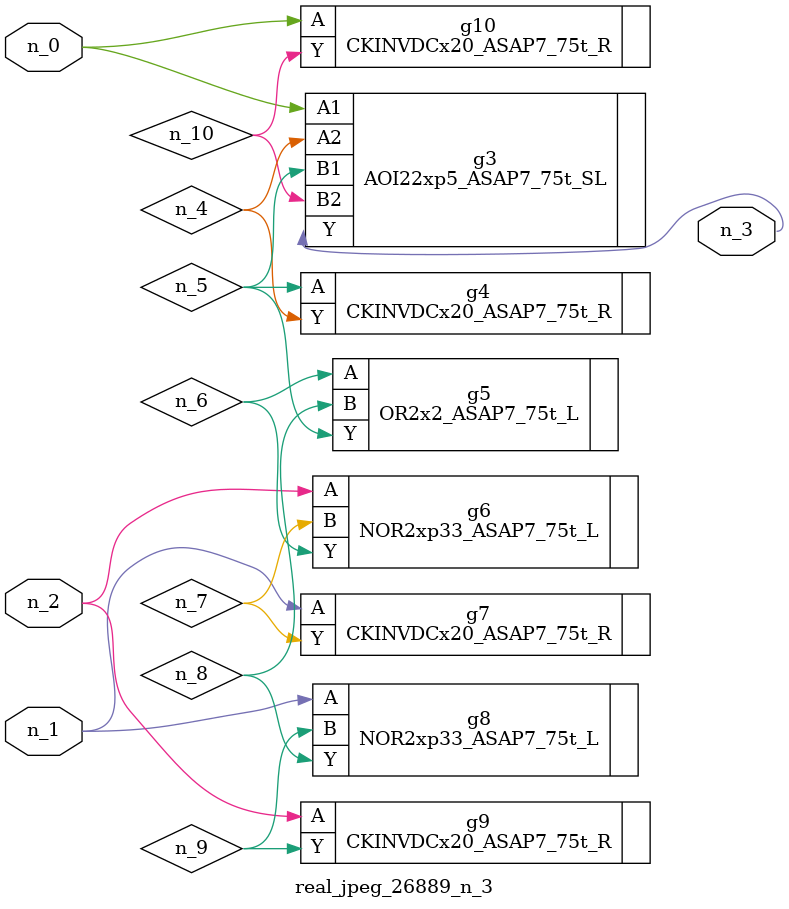
<source format=v>
module real_jpeg_26889_n_3 (n_1, n_0, n_2, n_3);

input n_1;
input n_0;
input n_2;

output n_3;

wire n_5;
wire n_4;
wire n_8;
wire n_6;
wire n_7;
wire n_10;
wire n_9;

AOI22xp5_ASAP7_75t_SL g3 ( 
.A1(n_0),
.A2(n_4),
.B1(n_5),
.B2(n_10),
.Y(n_3)
);

CKINVDCx20_ASAP7_75t_R g10 ( 
.A(n_0),
.Y(n_10)
);

CKINVDCx20_ASAP7_75t_R g7 ( 
.A(n_1),
.Y(n_7)
);

NOR2xp33_ASAP7_75t_L g8 ( 
.A(n_1),
.B(n_9),
.Y(n_8)
);

NOR2xp33_ASAP7_75t_L g6 ( 
.A(n_2),
.B(n_7),
.Y(n_6)
);

CKINVDCx20_ASAP7_75t_R g9 ( 
.A(n_2),
.Y(n_9)
);

CKINVDCx20_ASAP7_75t_R g4 ( 
.A(n_5),
.Y(n_4)
);

OR2x2_ASAP7_75t_L g5 ( 
.A(n_6),
.B(n_8),
.Y(n_5)
);


endmodule
</source>
